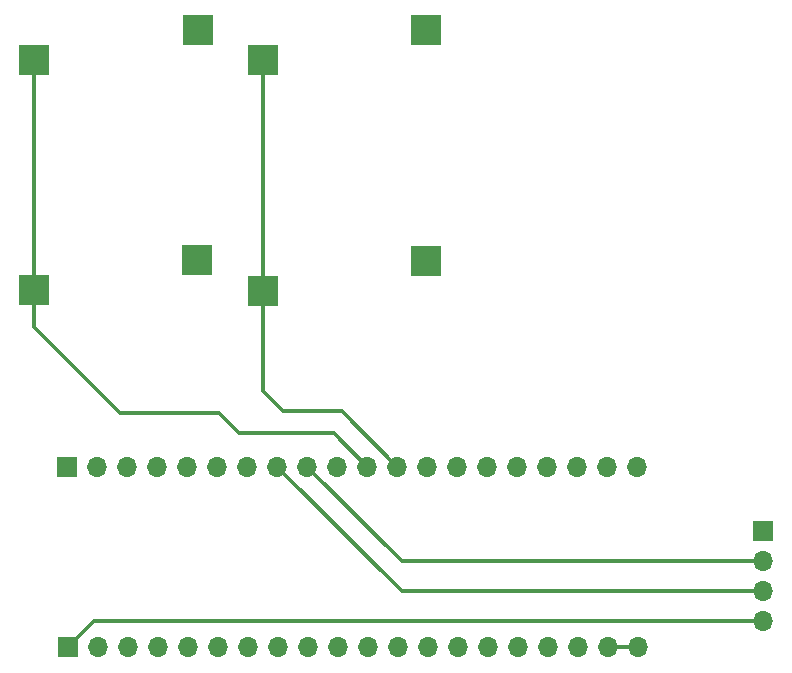
<source format=gbr>
%TF.GenerationSoftware,KiCad,Pcbnew,8.0.8*%
%TF.CreationDate,2025-06-15T23:17:14+08:00*%
%TF.ProjectId,2x2,3278322e-6b69-4636-9164-5f7063625858,rev?*%
%TF.SameCoordinates,Original*%
%TF.FileFunction,Copper,L2,Bot*%
%TF.FilePolarity,Positive*%
%FSLAX46Y46*%
G04 Gerber Fmt 4.6, Leading zero omitted, Abs format (unit mm)*
G04 Created by KiCad (PCBNEW 8.0.8) date 2025-06-15 23:17:14*
%MOMM*%
%LPD*%
G01*
G04 APERTURE LIST*
%TA.AperFunction,SMDPad,CuDef*%
%ADD10R,2.550000X2.500000*%
%TD*%
%TA.AperFunction,ComponentPad*%
%ADD11R,1.700000X1.700000*%
%TD*%
%TA.AperFunction,ComponentPad*%
%ADD12O,1.700000X1.700000*%
%TD*%
%TA.AperFunction,ViaPad*%
%ADD13C,0.600000*%
%TD*%
%TA.AperFunction,Conductor*%
%ADD14C,0.300000*%
%TD*%
G04 APERTURE END LIST*
D10*
%TO.P,SW6,2,2*%
%TO.N,COL2*%
X85150000Y-59791600D03*
%TO.P,SW6,1,1*%
%TO.N,Net-(D6-K)*%
X99000000Y-57251600D03*
%TD*%
%TO.P,SW5,1,1*%
%TO.N,Net-(D5-K)*%
X99025400Y-37795200D03*
%TO.P,SW5,2,2*%
%TO.N,COL2*%
X85175400Y-40335200D03*
%TD*%
%TO.P,SW2,2,2*%
%TO.N,COL1*%
X104530200Y-59817000D03*
%TO.P,SW2,1,1*%
%TO.N,Net-(D2-K)*%
X118380200Y-57277000D03*
%TD*%
%TO.P,SW1,1,1*%
%TO.N,Net-(D1-K)*%
X118380200Y-37795200D03*
%TO.P,SW1,2,2*%
%TO.N,COL1*%
X104530200Y-40335200D03*
%TD*%
D11*
%TO.P,J3,1,Pin_1*%
%TO.N,GND*%
X146862800Y-80162400D03*
D12*
%TO.P,J3,2,Pin_2*%
%TO.N,D+*%
X146862800Y-82702400D03*
%TO.P,J3,3,Pin_3*%
%TO.N,D-*%
X146862800Y-85242400D03*
%TO.P,J3,4,Pin_4*%
%TO.N,+5V*%
X146862800Y-87782400D03*
%TD*%
%TO.P,J2,20,Pin_20*%
%TO.N,unconnected-(J2-Pin_20-Pad20)*%
X136245600Y-74726800D03*
%TO.P,J2,19,Pin_19*%
%TO.N,GND*%
X133705600Y-74726800D03*
%TO.P,J2,18,Pin_18*%
%TO.N,unconnected-(J2-Pin_18-Pad18)*%
X131165600Y-74726800D03*
%TO.P,J2,17,Pin_17*%
%TO.N,unconnected-(J2-Pin_17-Pad17)*%
X128625600Y-74726800D03*
%TO.P,J2,16,Pin_16*%
%TO.N,unconnected-(J2-Pin_16-Pad16)*%
X126085600Y-74726800D03*
%TO.P,J2,15,Pin_15*%
%TO.N,unconnected-(J2-Pin_15-Pad15)*%
X123545600Y-74726800D03*
%TO.P,J2,14,Pin_14*%
%TO.N,unconnected-(J2-Pin_14-Pad14)*%
X121005600Y-74726800D03*
%TO.P,J2,13,Pin_13*%
%TO.N,unconnected-(J2-Pin_13-Pad13)*%
X118465600Y-74726800D03*
%TO.P,J2,12,Pin_12*%
%TO.N,COL1*%
X115925600Y-74726800D03*
%TO.P,J2,11,Pin_11*%
%TO.N,COL2*%
X113385600Y-74726800D03*
%TO.P,J2,10,Pin_10*%
%TO.N,unconnected-(J2-Pin_10-Pad10)*%
X110845600Y-74726800D03*
%TO.P,J2,9,Pin_9*%
%TO.N,D+*%
X108305600Y-74726800D03*
%TO.P,J2,8,Pin_8*%
%TO.N,D-*%
X105765600Y-74726800D03*
%TO.P,J2,7,Pin_7*%
%TO.N,unconnected-(J2-Pin_7-Pad7)*%
X103225600Y-74726800D03*
%TO.P,J2,6,Pin_6*%
%TO.N,unconnected-(J2-Pin_6-Pad6)*%
X100685600Y-74726800D03*
%TO.P,J2,5,Pin_5*%
%TO.N,unconnected-(J2-Pin_5-Pad5)*%
X98145600Y-74726800D03*
%TO.P,J2,4,Pin_4*%
%TO.N,unconnected-(J2-Pin_4-Pad4)*%
X95605600Y-74726800D03*
%TO.P,J2,3,Pin_3*%
%TO.N,unconnected-(J2-Pin_3-Pad3)*%
X93065600Y-74726800D03*
%TO.P,J2,2,Pin_2*%
%TO.N,unconnected-(J2-Pin_2-Pad2)*%
X90525600Y-74726800D03*
D11*
%TO.P,J2,1,Pin_1*%
%TO.N,unconnected-(J2-Pin_1-Pad1)*%
X87985600Y-74726800D03*
%TD*%
%TO.P,J1,1,Pin_1*%
%TO.N,+5V*%
X88011000Y-89992200D03*
D12*
%TO.P,J1,2,Pin_2*%
%TO.N,unconnected-(J1-Pin_2-Pad2)*%
X90551000Y-89992200D03*
%TO.P,J1,3,Pin_3*%
%TO.N,unconnected-(J1-Pin_3-Pad3)*%
X93091000Y-89992200D03*
%TO.P,J1,4,Pin_4*%
%TO.N,unconnected-(J1-Pin_4-Pad4)*%
X95631000Y-89992200D03*
%TO.P,J1,5,Pin_5*%
%TO.N,unconnected-(J1-Pin_5-Pad5)*%
X98171000Y-89992200D03*
%TO.P,J1,6,Pin_6*%
%TO.N,unconnected-(J1-Pin_6-Pad6)*%
X100711000Y-89992200D03*
%TO.P,J1,7,Pin_7*%
%TO.N,unconnected-(J1-Pin_7-Pad7)*%
X103251000Y-89992200D03*
%TO.P,J1,8,Pin_8*%
%TO.N,unconnected-(J1-Pin_8-Pad8)*%
X105791000Y-89992200D03*
%TO.P,J1,9,Pin_9*%
%TO.N,unconnected-(J1-Pin_9-Pad9)*%
X108331000Y-89992200D03*
%TO.P,J1,10,Pin_10*%
%TO.N,unconnected-(J1-Pin_10-Pad10)*%
X110871000Y-89992200D03*
%TO.P,J1,11,Pin_11*%
%TO.N,ROW2*%
X113411000Y-89992200D03*
%TO.P,J1,12,Pin_12*%
%TO.N,ROW1*%
X115951000Y-89992200D03*
%TO.P,J1,13,Pin_13*%
%TO.N,unconnected-(J1-Pin_13-Pad13)*%
X118491000Y-89992200D03*
%TO.P,J1,14,Pin_14*%
%TO.N,unconnected-(J1-Pin_14-Pad14)*%
X121031000Y-89992200D03*
%TO.P,J1,15,Pin_15*%
%TO.N,unconnected-(J1-Pin_15-Pad15)*%
X123571000Y-89992200D03*
%TO.P,J1,16,Pin_16*%
%TO.N,unconnected-(J1-Pin_16-Pad16)*%
X126111000Y-89992200D03*
%TO.P,J1,17,Pin_17*%
%TO.N,unconnected-(J1-Pin_17-Pad17)*%
X128651000Y-89992200D03*
%TO.P,J1,18,Pin_18*%
%TO.N,unconnected-(J1-Pin_18-Pad18)*%
X131191000Y-89992200D03*
%TO.P,J1,19,Pin_19*%
%TO.N,GND*%
X133731000Y-89992200D03*
%TO.P,J1,20,Pin_20*%
X136271000Y-89992200D03*
%TD*%
D13*
%TO.N,Net-(D2-K)*%
X118380200Y-57277000D03*
%TO.N,Net-(D6-K)*%
X99000000Y-57251600D03*
%TO.N,Net-(D5-K)*%
X99025400Y-37795200D03*
%TO.N,Net-(D1-K)*%
X118380200Y-37795200D03*
%TD*%
D14*
%TO.N,GND*%
X133731000Y-89992200D02*
X136271000Y-89992200D01*
%TO.N,+5V*%
X90220800Y-87782400D02*
X88011000Y-89992200D01*
X146862800Y-87782400D02*
X90220800Y-87782400D01*
%TO.N,COL1*%
X111201200Y-70002400D02*
X115925600Y-74726800D01*
X106248200Y-70002400D02*
X111201200Y-70002400D01*
X104530200Y-59817000D02*
X104530200Y-68284400D01*
X104530200Y-68284400D02*
X106248200Y-70002400D01*
%TO.N,COL2*%
X110516600Y-71857800D02*
X113385600Y-74726800D01*
X102490200Y-71857800D02*
X110516600Y-71857800D01*
X100838000Y-70205600D02*
X102490200Y-71857800D01*
%TO.N,D-*%
X116281200Y-85242400D02*
X146862800Y-85242400D01*
X105765600Y-74726800D02*
X116281200Y-85242400D01*
%TO.N,D+*%
X116281200Y-82702400D02*
X146862800Y-82702400D01*
X108305600Y-74726800D02*
X116281200Y-82702400D01*
%TO.N,COL2*%
X85150000Y-62925000D02*
X92430600Y-70205600D01*
X92430600Y-70205600D02*
X100838000Y-70205600D01*
X85150000Y-59791600D02*
X85150000Y-62925000D01*
X85175400Y-59766200D02*
X85150000Y-59791600D01*
X85175400Y-40335200D02*
X85175400Y-59766200D01*
%TO.N,COL1*%
X104530200Y-40335200D02*
X104530200Y-59817000D01*
%TD*%
M02*

</source>
